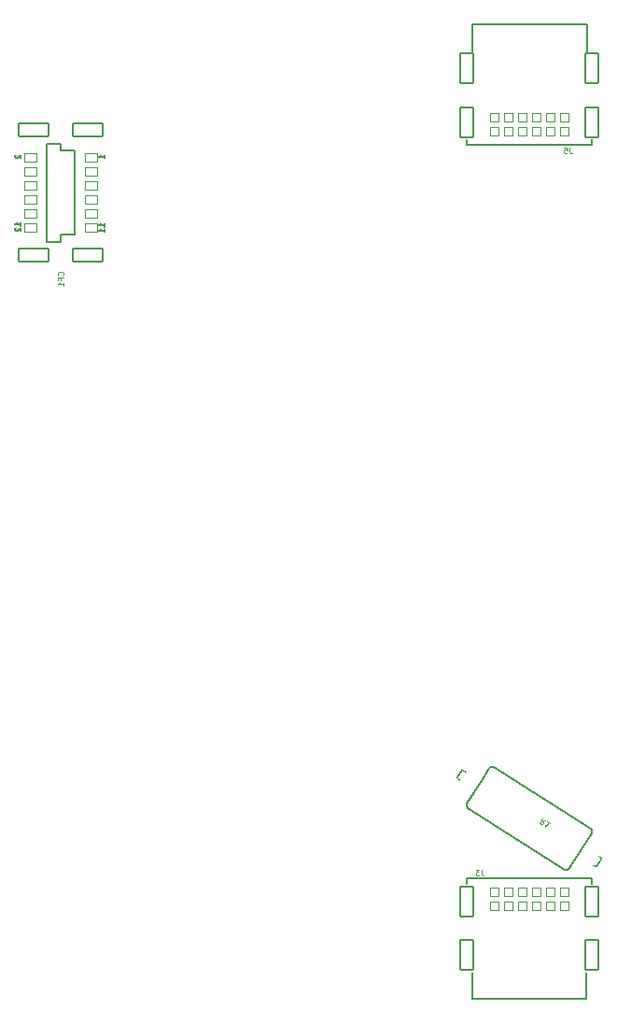
<source format=gbr>
%TF.GenerationSoftware,KiCad,Pcbnew,6.0.11+dfsg-1*%
%TF.CreationDate,2023-02-20T23:54:33-08:00*%
%TF.ProjectId,minusz-end-card-oresat0,6d696e75-737a-42d6-956e-642d63617264,rev?*%
%TF.SameCoordinates,Original*%
%TF.FileFunction,Legend,Bot*%
%TF.FilePolarity,Positive*%
%FSLAX46Y46*%
G04 Gerber Fmt 4.6, Leading zero omitted, Abs format (unit mm)*
G04 Created by KiCad (PCBNEW 6.0.11+dfsg-1) date 2023-02-20 23:54:33*
%MOMM*%
%LPD*%
G01*
G04 APERTURE LIST*
G04 Aperture macros list*
%AMRoundRect*
0 Rectangle with rounded corners*
0 $1 Rounding radius*
0 $2 $3 $4 $5 $6 $7 $8 $9 X,Y pos of 4 corners*
0 Add a 4 corners polygon primitive as box body*
4,1,4,$2,$3,$4,$5,$6,$7,$8,$9,$2,$3,0*
0 Add four circle primitives for the rounded corners*
1,1,$1+$1,$2,$3*
1,1,$1+$1,$4,$5*
1,1,$1+$1,$6,$7*
1,1,$1+$1,$8,$9*
0 Add four rect primitives between the rounded corners*
20,1,$1+$1,$2,$3,$4,$5,0*
20,1,$1+$1,$4,$5,$6,$7,0*
20,1,$1+$1,$6,$7,$8,$9,0*
20,1,$1+$1,$8,$9,$2,$3,0*%
%AMHorizOval*
0 Thick line with rounded ends*
0 $1 width*
0 $2 $3 position (X,Y) of the first rounded end (center of the circle)*
0 $4 $5 position (X,Y) of the second rounded end (center of the circle)*
0 Add line between two ends*
20,1,$1,$2,$3,$4,$5,0*
0 Add two circle primitives to create the rounded ends*
1,1,$1,$2,$3*
1,1,$1,$4,$5*%
G04 Aperture macros list end*
%ADD10C,0.101600*%
%ADD11C,0.127000*%
%ADD12C,0.120000*%
%ADD13C,2.200000*%
%ADD14C,5.000000*%
%ADD15C,1.100000*%
%ADD16O,1.092200X2.057400*%
%ADD17C,2.000000*%
%ADD18C,1.600000*%
%ADD19RoundRect,0.063500X0.400000X0.400000X-0.400000X0.400000X-0.400000X-0.400000X0.400000X-0.400000X0*%
%ADD20RoundRect,0.063500X0.600000X1.350000X-0.600000X1.350000X-0.600000X-1.350000X0.600000X-1.350000X0*%
%ADD21C,3.700000*%
%ADD22RoundRect,0.063500X0.550000X-0.400000X0.550000X0.400000X-0.550000X0.400000X-0.550000X-0.400000X0*%
%ADD23RoundRect,0.063500X1.350000X0.600000X-1.350000X0.600000X-1.350000X-0.600000X1.350000X-0.600000X0*%
%ADD24RoundRect,0.063500X-0.400000X-0.400000X0.400000X-0.400000X0.400000X0.400000X-0.400000X0.400000X0*%
%ADD25RoundRect,0.063500X-0.600000X-1.350000X0.600000X-1.350000X0.600000X1.350000X-0.600000X1.350000X0*%
%ADD26HorizOval,1.477000X-0.361186X-0.570237X0.361186X0.570237X0*%
G04 APERTURE END LIST*
D10*
%TO.C,J3*%
X144154562Y-134957893D02*
X144154562Y-135338893D01*
X144179962Y-135415093D01*
X144230762Y-135465893D01*
X144306962Y-135491293D01*
X144357762Y-135491293D01*
X143951362Y-134957893D02*
X143621162Y-134957893D01*
X143798962Y-135161093D01*
X143722762Y-135161093D01*
X143671962Y-135186493D01*
X143646562Y-135211893D01*
X143621162Y-135262693D01*
X143621162Y-135389693D01*
X143646562Y-135440493D01*
X143671962Y-135465893D01*
X143722762Y-135491293D01*
X143875162Y-135491293D01*
X143925962Y-135465893D01*
X143951362Y-135440493D01*
%TO.C,CF1*%
X106190502Y-81082833D02*
X106215902Y-81057433D01*
X106241302Y-80981233D01*
X106241302Y-80930433D01*
X106215902Y-80854233D01*
X106165102Y-80803433D01*
X106114302Y-80778033D01*
X106012702Y-80752633D01*
X105936502Y-80752633D01*
X105834902Y-80778033D01*
X105784102Y-80803433D01*
X105733302Y-80854233D01*
X105707902Y-80930433D01*
X105707902Y-80981233D01*
X105733302Y-81057433D01*
X105758702Y-81082833D01*
X105961902Y-81489233D02*
X105961902Y-81311433D01*
X106241302Y-81311433D02*
X105707902Y-81311433D01*
X105707902Y-81565433D01*
X106241302Y-82048033D02*
X106241302Y-81743233D01*
X106241302Y-81895633D02*
X105707902Y-81895633D01*
X105784102Y-81844833D01*
X105834902Y-81794033D01*
X105860302Y-81743233D01*
D11*
X101924192Y-70190395D02*
X101900002Y-70214585D01*
X101875811Y-70262966D01*
X101875811Y-70383919D01*
X101900002Y-70432300D01*
X101924192Y-70456490D01*
X101972573Y-70480681D01*
X102020954Y-70480681D01*
X102093525Y-70456490D01*
X102383811Y-70166204D01*
X102383811Y-70480681D01*
X102383811Y-76576871D02*
X102383811Y-76286585D01*
X102383811Y-76431728D02*
X101875811Y-76431728D01*
X101948382Y-76383347D01*
X101996763Y-76334966D01*
X102020954Y-76286585D01*
X101924192Y-76770395D02*
X101900002Y-76794585D01*
X101875811Y-76842966D01*
X101875811Y-76963919D01*
X101900002Y-77012300D01*
X101924192Y-77036490D01*
X101972573Y-77060681D01*
X102020954Y-77060681D01*
X102093525Y-77036490D01*
X102383811Y-76746204D01*
X102383811Y-77060681D01*
X109983811Y-70480681D02*
X109983811Y-70190395D01*
X109983811Y-70335538D02*
X109475811Y-70335538D01*
X109548382Y-70287157D01*
X109596763Y-70238776D01*
X109620954Y-70190395D01*
X109983811Y-76676871D02*
X109983811Y-76386585D01*
X109983811Y-76531728D02*
X109475811Y-76531728D01*
X109548382Y-76483347D01*
X109596763Y-76434966D01*
X109620954Y-76386585D01*
X109983811Y-77160681D02*
X109983811Y-76870395D01*
X109983811Y-77015538D02*
X109475811Y-77015538D01*
X109548382Y-76967157D01*
X109596763Y-76918776D01*
X109620954Y-76870395D01*
D10*
%TO.C,J5*%
X152167462Y-69474293D02*
X152167462Y-69855293D01*
X152192862Y-69931493D01*
X152243662Y-69982293D01*
X152319862Y-70007693D01*
X152370662Y-70007693D01*
X151659462Y-69474293D02*
X151913462Y-69474293D01*
X151938862Y-69728293D01*
X151913462Y-69702893D01*
X151862662Y-69677493D01*
X151735662Y-69677493D01*
X151684862Y-69702893D01*
X151659462Y-69728293D01*
X151634062Y-69779093D01*
X151634062Y-69906093D01*
X151659462Y-69956893D01*
X151684862Y-69982293D01*
X151735662Y-70007693D01*
X151862662Y-70007693D01*
X151913462Y-69982293D01*
X151938862Y-69956893D01*
%TO.C,R1*%
X149939562Y-130431649D02*
X149653444Y-130551088D01*
X149682068Y-130268553D02*
X149396651Y-130719167D01*
X149568313Y-130827897D01*
X149624820Y-130833622D01*
X149659869Y-130825755D01*
X149708510Y-130796431D01*
X149749284Y-130732058D01*
X149755008Y-130675551D01*
X149747142Y-130640502D01*
X149717818Y-130591861D01*
X149546155Y-130483131D01*
X150368717Y-130703474D02*
X150111224Y-130540379D01*
X150239971Y-130621926D02*
X149954554Y-131072540D01*
X149952412Y-130980984D01*
X149936679Y-130910886D01*
X149907355Y-130862246D01*
D11*
%TO.C,J3*%
X142830002Y-136249993D02*
X142830002Y-135749993D01*
X143315002Y-146649993D02*
X143315002Y-144249993D01*
X153685002Y-146649993D02*
X153685002Y-144249993D01*
X143315002Y-146649993D02*
X153685002Y-146649993D01*
X154170002Y-135749993D02*
X154170002Y-136249993D01*
X142830002Y-135749993D02*
X154170002Y-135749993D01*
%TO.C,CF1*%
X107270002Y-69789993D02*
X107270002Y-77409993D01*
X106000002Y-69154993D02*
X106000002Y-69789993D01*
X106000002Y-78044993D02*
X104730002Y-78044993D01*
X104730002Y-78044993D02*
X104730002Y-69154993D01*
X106000002Y-77409993D02*
X106000002Y-78044993D01*
X107270002Y-77409993D02*
X106000002Y-77409993D01*
X104730002Y-69154993D02*
X106000002Y-69154993D01*
X106000002Y-69789993D02*
X107270002Y-69789993D01*
%TO.C,J5*%
X143327902Y-58366393D02*
X143327902Y-60766393D01*
X153697902Y-58366393D02*
X153697902Y-60766393D01*
X142842902Y-69266393D02*
X142842902Y-68766393D01*
X154182902Y-69266393D02*
X142842902Y-69266393D01*
X154182902Y-68766393D02*
X154182902Y-69266393D01*
X153697902Y-58366393D02*
X143327902Y-58366393D01*
%TO.C,R1*%
X143318537Y-128180756D02*
X144388716Y-126491166D01*
D12*
X154765591Y-133655695D02*
X155050000Y-133954210D01*
D11*
X154163044Y-131616838D02*
X152129703Y-134827060D01*
D12*
X154621928Y-134630046D02*
X154230501Y-134500490D01*
D11*
X145284262Y-125637939D02*
X154070133Y-131202872D01*
D12*
X142378072Y-125927864D02*
X142769499Y-126057420D01*
D11*
X142836956Y-128941072D02*
X143318537Y-128180756D01*
X142378072Y-125927864D02*
X141950000Y-126603700D01*
X154621928Y-134630046D02*
X155050000Y-133954210D01*
X144388716Y-126491166D02*
X144870297Y-125730850D01*
D12*
X142234409Y-126902215D02*
X141950000Y-126603700D01*
D11*
X151715738Y-134919971D02*
X142929867Y-129355038D01*
X145284263Y-125637938D02*
G75*
G03*
X144870297Y-125730850I-160527J-253439D01*
G01*
X154163044Y-131616838D02*
G75*
G03*
X154070133Y-131202872I-253438J160527D01*
G01*
X142836956Y-128941072D02*
G75*
G03*
X142929867Y-129355038I253438J-160527D01*
G01*
X151715737Y-134919972D02*
G75*
G03*
X152129703Y-134827060I160527J253439D01*
G01*
%TD*%
%LPC*%
%TO.C,CM2*%
G36*
X175052202Y-66094193D02*
G01*
X173756802Y-66094193D01*
X173756802Y-61623793D01*
X175052202Y-61623793D01*
X175052202Y-66094193D01*
G37*
G36*
X179243202Y-66094193D02*
G01*
X177947802Y-66094193D01*
X177947802Y-61623793D01*
X179243202Y-61623793D01*
X179243202Y-66094193D01*
G37*
%TO.C,CM3*%
G36*
X181052202Y-66094193D02*
G01*
X179756802Y-66094193D01*
X179756802Y-61623793D01*
X181052202Y-61623793D01*
X181052202Y-66094193D01*
G37*
G36*
X185243202Y-66094193D02*
G01*
X183947802Y-66094193D01*
X183947802Y-61623793D01*
X185243202Y-61623793D01*
X185243202Y-66094193D01*
G37*
%TO.C,PCB1*%
G36*
X101350000Y-143750000D02*
G01*
X99096723Y-143750000D01*
X98957537Y-143731676D01*
X98824784Y-143676688D01*
X98710787Y-143589213D01*
X98621265Y-143472548D01*
X98550000Y-143206583D01*
X98550000Y-63479289D01*
X101350000Y-60679289D01*
X101350000Y-143750000D01*
G37*
G36*
X182950000Y-151803277D02*
G01*
X182931676Y-151942463D01*
X182876688Y-152075216D01*
X182789213Y-152189213D01*
X182675216Y-152276688D01*
X182542463Y-152331676D01*
X182403277Y-152350000D01*
X114596723Y-152350000D01*
X114457537Y-152331676D01*
X114324784Y-152276688D01*
X114210787Y-152189213D01*
X114121265Y-152072548D01*
X114050000Y-151806583D01*
X114050000Y-149650000D01*
X182950000Y-149650000D01*
X182950000Y-151803277D01*
G37*
G36*
X198450000Y-63478154D02*
G01*
X198450000Y-143203277D01*
X198431676Y-143342463D01*
X198376688Y-143475216D01*
X198289213Y-143589213D01*
X198175216Y-143676688D01*
X198042463Y-143731676D01*
X197903277Y-143750000D01*
X195650000Y-143750000D01*
X195650000Y-60885562D01*
X198450000Y-63478154D01*
G37*
%TO.C,CM1*%
G36*
X173243209Y-66094203D02*
G01*
X171947809Y-66094203D01*
X171947809Y-61623803D01*
X173243209Y-61623803D01*
X173243209Y-66094203D01*
G37*
G36*
X169052209Y-66094203D02*
G01*
X167756809Y-66094203D01*
X167756809Y-61623803D01*
X169052209Y-61623803D01*
X169052209Y-66094203D01*
G37*
%TO.C,HW1*%
D13*
X186887300Y-131534900D02*
G75*
G03*
X186887300Y-131534900I-1100000J0D01*
G01*
%TO.C,HW3*%
X138512902Y-133834934D02*
G75*
G03*
X138512902Y-133834934I-1100000J0D01*
G01*
%TO.C,HW5*%
X173050274Y-88973620D02*
G75*
G03*
X173050274Y-88973620I-1100000J0D01*
G01*
%TO.C,HW6*%
X126175530Y-88973620D02*
G75*
G03*
X126175530Y-88973620I-1100000J0D01*
G01*
%TO.C,HW2*%
X160712902Y-129233485D02*
G75*
G03*
X160712902Y-129233485I-1100000J0D01*
G01*
%TO.C,HW4*%
X112338459Y-131534934D02*
G75*
G03*
X112338459Y-131534934I-1100000J0D01*
G01*
%TD*%
D14*
%TO.C,REF\u002A\u002A*%
X179512902Y-99005193D03*
%TD*%
%TO.C,REF\u002A\u002A*%
X105512902Y-106005193D03*
%TD*%
D15*
%TO.C,TP6*%
X149100002Y-70299993D03*
%TD*%
D14*
%TO.C,REF\u002A\u002A*%
X191512902Y-99005193D03*
%TD*%
%TO.C,REF\u002A\u002A*%
X117512902Y-99005193D03*
%TD*%
%TO.C,REF\u002A\u002A*%
X179512902Y-106005193D03*
%TD*%
D16*
%TO.C,J1*%
X138911502Y-63293193D03*
X138911502Y-65528393D03*
X137641502Y-63293193D03*
X137641502Y-65528393D03*
X136371502Y-63293193D03*
X136371502Y-65528393D03*
X135101502Y-63293193D03*
X135101502Y-65528393D03*
X133831502Y-63293193D03*
X133831502Y-65528393D03*
X132561502Y-63293193D03*
X132561502Y-65528393D03*
X131291502Y-63293193D03*
X131291502Y-65528393D03*
X130021502Y-63293193D03*
X130021502Y-65528393D03*
X128751502Y-63293193D03*
X128751502Y-65528393D03*
X127481502Y-63293193D03*
X127481502Y-65528393D03*
X126211502Y-63293193D03*
X126211502Y-65528393D03*
X124941502Y-63293193D03*
X124941502Y-65528393D03*
X123671502Y-63293193D03*
X123671502Y-65528393D03*
X122401502Y-63293193D03*
X122401502Y-65528393D03*
X121131502Y-63293193D03*
X121131502Y-65528393D03*
X119861502Y-63293193D03*
X119861502Y-65528393D03*
X118591502Y-63293193D03*
X118591502Y-65528393D03*
X117321502Y-63293193D03*
X117321502Y-65528393D03*
X116051502Y-63293193D03*
X116051502Y-65528393D03*
X114781502Y-63293193D03*
X114781502Y-65528393D03*
%TD*%
D15*
%TO.C,TP1*%
X111300002Y-61599993D03*
%TD*%
%TO.C,TP4*%
X147900002Y-134799993D03*
%TD*%
D17*
%TO.C,J6*%
X116138459Y-131534934D03*
%TD*%
%TO.C,J4*%
X180687300Y-131534900D03*
%TD*%
D14*
%TO.C,REF\u002A\u002A*%
X117512902Y-106005193D03*
%TD*%
%TO.C,REF\u002A\u002A*%
X105512902Y-99005193D03*
%TD*%
%TO.C,REF\u002A\u002A*%
X191512902Y-106005193D03*
%TD*%
D15*
%TO.C,TP2*%
X112647902Y-66087193D03*
%TD*%
D17*
%TO.C,FID4*%
X106600002Y-63299993D03*
%TD*%
D18*
%TO.C,J3*%
X153885002Y-140249993D03*
X143115002Y-140249993D03*
D19*
X145325002Y-138249993D03*
X145325002Y-136979993D03*
X146595002Y-138249993D03*
X146595002Y-136979993D03*
X147865002Y-138249993D03*
X147865002Y-136979993D03*
X149135002Y-138249993D03*
X149135002Y-136979993D03*
X150405002Y-138249993D03*
X150405002Y-136979993D03*
X151675002Y-138249993D03*
X151675002Y-136979993D03*
D20*
X142830002Y-137799993D03*
X142830002Y-142699993D03*
X154170002Y-137799993D03*
X154170002Y-142699993D03*
%TD*%
D21*
%TO.C,HW1*%
X185787300Y-131534900D03*
%TD*%
%TO.C,HW3*%
X137412902Y-133834934D03*
%TD*%
%TO.C,HW5*%
X171950274Y-88973620D03*
%TD*%
D18*
%TO.C,CF1*%
X106000002Y-68214993D03*
X106000002Y-78984993D03*
D22*
X108750002Y-70424993D03*
X103250002Y-70424993D03*
X108750002Y-71694993D03*
X103250002Y-71694993D03*
X108750002Y-72964993D03*
X103250002Y-72964993D03*
X108750002Y-74234993D03*
X103250002Y-74234993D03*
X108750002Y-75504993D03*
X103250002Y-75504993D03*
X108750002Y-76774993D03*
X103250002Y-76774993D03*
D23*
X108450002Y-67929993D03*
X103550002Y-67929993D03*
X108450002Y-79269993D03*
X103550002Y-79269993D03*
%TD*%
D17*
%TO.C,FID5*%
X191600002Y-63299993D03*
%TD*%
D21*
%TO.C,HW6*%
X125075530Y-88973620D03*
%TD*%
%TO.C,HW2*%
X159612902Y-129233485D03*
%TD*%
%TO.C,HW4*%
X111238459Y-131534934D03*
%TD*%
D17*
%TO.C,FID6*%
X106600002Y-140299993D03*
%TD*%
D18*
%TO.C,J5*%
X143127902Y-64766393D03*
X153897902Y-64766393D03*
D24*
X151687902Y-66766393D03*
X151687902Y-68036393D03*
X150417902Y-66766393D03*
X150417902Y-68036393D03*
X149147902Y-66766393D03*
X149147902Y-68036393D03*
X147877902Y-66766393D03*
X147877902Y-68036393D03*
X146607902Y-66766393D03*
X146607902Y-68036393D03*
X145337902Y-66766393D03*
X145337902Y-68036393D03*
D25*
X142842902Y-67216393D03*
X154182902Y-62316393D03*
X142842902Y-62316393D03*
X154182902Y-67216393D03*
%TD*%
D26*
%TO.C,R1*%
X141488200Y-125837710D03*
X143177790Y-126907889D03*
X153822210Y-133650021D03*
X155511800Y-134720200D03*
%TD*%
M02*

</source>
